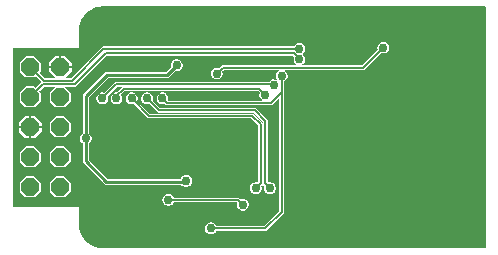
<source format=gbr>
G04 #@! TF.GenerationSoftware,KiCad,Pcbnew,9.0.1*
G04 #@! TF.CreationDate,2025-11-05T13:06:52+03:00*
G04 #@! TF.ProjectId,rpi-cc2652p-uart,7270692d-6363-4323-9635-32702d756172,rev?*
G04 #@! TF.SameCoordinates,Original*
G04 #@! TF.FileFunction,Copper,L2,Bot*
G04 #@! TF.FilePolarity,Positive*
%FSLAX46Y46*%
G04 Gerber Fmt 4.6, Leading zero omitted, Abs format (unit mm)*
G04 Created by KiCad (PCBNEW 9.0.1) date 2025-11-05 13:06:52*
%MOMM*%
%LPD*%
G01*
G04 APERTURE LIST*
G04 Aperture macros list*
%AMOutline5P*
0 Free polygon, 5 corners , with rotation*
0 The origin of the aperture is its center*
0 number of corners: always 5*
0 $1 to $10 corner X, Y*
0 $11 Rotation angle, in degrees counterclockwise*
0 create outline with 5 corners*
4,1,5,$1,$2,$3,$4,$5,$6,$7,$8,$9,$10,$1,$2,$11*%
%AMOutline6P*
0 Free polygon, 6 corners , with rotation*
0 The origin of the aperture is its center*
0 number of corners: always 6*
0 $1 to $12 corner X, Y*
0 $13 Rotation angle, in degrees counterclockwise*
0 create outline with 6 corners*
4,1,6,$1,$2,$3,$4,$5,$6,$7,$8,$9,$10,$11,$12,$1,$2,$13*%
%AMOutline7P*
0 Free polygon, 7 corners , with rotation*
0 The origin of the aperture is its center*
0 number of corners: always 7*
0 $1 to $14 corner X, Y*
0 $15 Rotation angle, in degrees counterclockwise*
0 create outline with 7 corners*
4,1,7,$1,$2,$3,$4,$5,$6,$7,$8,$9,$10,$11,$12,$13,$14,$1,$2,$15*%
%AMOutline8P*
0 Free polygon, 8 corners , with rotation*
0 The origin of the aperture is its center*
0 number of corners: always 8*
0 $1 to $16 corner X, Y*
0 $17 Rotation angle, in degrees counterclockwise*
0 create outline with 8 corners*
4,1,8,$1,$2,$3,$4,$5,$6,$7,$8,$9,$10,$11,$12,$13,$14,$15,$16,$1,$2,$17*%
G04 Aperture macros list end*
G04 #@! TA.AperFunction,ComponentPad*
%ADD10Outline8P,-0.762000X0.315631X-0.315631X0.762000X0.315631X0.762000X0.762000X0.315631X0.762000X-0.315631X0.315631X-0.762000X-0.315631X-0.762000X-0.762000X-0.315631X90.000000*%
G04 #@! TD*
G04 #@! TA.AperFunction,ViaPad*
%ADD11C,0.750000*%
G04 #@! TD*
G04 #@! TA.AperFunction,Conductor*
%ADD12C,0.254000*%
G04 #@! TD*
G04 #@! TA.AperFunction,Conductor*
%ADD13C,0.152400*%
G04 #@! TD*
G04 APERTURE END LIST*
D10*
X126398100Y-110056600D03*
X128938100Y-110056600D03*
X126398100Y-107516600D03*
X128938100Y-107516600D03*
X126398100Y-104976600D03*
X128938100Y-104976600D03*
X126398100Y-102436600D03*
X128938100Y-102436600D03*
X126398100Y-99896600D03*
X128938100Y-99896600D03*
D11*
X138801100Y-99752400D03*
X131101100Y-105953600D03*
X139601100Y-109553600D03*
X160901100Y-103253600D03*
X160901100Y-107253600D03*
X151901100Y-103253600D03*
X144601100Y-100753600D03*
X151901100Y-107253600D03*
X142901100Y-107253600D03*
X149201100Y-99253600D03*
X149201100Y-98353600D03*
X147701100Y-100653600D03*
X141701100Y-113553600D03*
X137601100Y-102553600D03*
X132501100Y-102553600D03*
X147001100Y-101453600D03*
X133701100Y-102553600D03*
X146301100Y-102253600D03*
X135001100Y-102553600D03*
X145501100Y-110153600D03*
X146701100Y-110153600D03*
X136301100Y-102553600D03*
X138101100Y-111153600D03*
X144401100Y-111553600D03*
X142201100Y-100453600D03*
X156301100Y-98253600D03*
D12*
X131101100Y-107853600D02*
X132851100Y-109603600D01*
X139551100Y-109603600D02*
X139601100Y-109553600D01*
X131101100Y-102353600D02*
X132902300Y-100552400D01*
X138001100Y-100552400D02*
X132902300Y-100552400D01*
X131101100Y-102353600D02*
X131101100Y-105953600D01*
X132851100Y-109603600D02*
X139551100Y-109603600D01*
X131101100Y-105953600D02*
X131101100Y-107853600D01*
X138801100Y-99752400D02*
X138001100Y-100552400D01*
D13*
X132801100Y-98753600D02*
X130198700Y-101356000D01*
X127478700Y-101356000D02*
X126398100Y-102436600D01*
X130198700Y-101356000D02*
X127478700Y-101356000D01*
X149201100Y-99253600D02*
X148701100Y-98753600D01*
X148701100Y-98753600D02*
X132801100Y-98753600D01*
X129901100Y-101053600D02*
X127555100Y-101053600D01*
X127555100Y-101053600D02*
X126398100Y-99896600D01*
X132601100Y-98353600D02*
X129901100Y-101053600D01*
X149201100Y-98353600D02*
X132601100Y-98353600D01*
X147701100Y-102053600D02*
X146801100Y-102953600D01*
X147701100Y-112153600D02*
X147701100Y-100653600D01*
X146301100Y-113553600D02*
X147701100Y-112153600D01*
X137601100Y-102553600D02*
X138001100Y-102953600D01*
X146801100Y-102953600D02*
X138001100Y-102953600D01*
X147701100Y-102053600D02*
X147701100Y-100653600D01*
X146301100Y-113553600D02*
X141701100Y-113553600D01*
X147001100Y-101453600D02*
X146901100Y-101353600D01*
X146901100Y-101353600D02*
X133701100Y-101353600D01*
X132501100Y-102553600D02*
X133701100Y-101353600D01*
X133701100Y-102553600D02*
X133701100Y-102353600D01*
X145801100Y-101753600D02*
X146301100Y-102253600D01*
X145801100Y-101753600D02*
X134301100Y-101753600D01*
X134301100Y-101753600D02*
X133701100Y-102353600D01*
X136501100Y-104053600D02*
X145201100Y-104053600D01*
X135001100Y-102553600D02*
X136501100Y-104053600D01*
X145901100Y-104753600D02*
X145201100Y-104053600D01*
X145901100Y-104753600D02*
X145901100Y-109753600D01*
X145901100Y-109753600D02*
X145501100Y-110153600D01*
X137301100Y-103553600D02*
X145401100Y-103553600D01*
X146301100Y-104453600D02*
X146301100Y-109753600D01*
X146301100Y-109753600D02*
X146701100Y-110153600D01*
X146301100Y-104453600D02*
X145401100Y-103553600D01*
X136301100Y-102553600D02*
X137301100Y-103553600D01*
X144001100Y-111153600D02*
X144401100Y-111553600D01*
X138101100Y-111153600D02*
X144001100Y-111153600D01*
X142701100Y-99953600D02*
X142201100Y-100453600D01*
X156301100Y-98253600D02*
X154601100Y-99953600D01*
X154601100Y-99953600D02*
X142701100Y-99953600D01*
G04 #@! TA.AperFunction,Conductor*
G36*
X164966434Y-94789966D02*
G01*
X164977300Y-94816200D01*
X164977300Y-115191000D01*
X164966434Y-115217234D01*
X164940200Y-115228100D01*
X132502321Y-115228100D01*
X132499895Y-115228021D01*
X132485471Y-115227075D01*
X132245798Y-115211366D01*
X132240987Y-115210732D01*
X131992445Y-115161295D01*
X131987763Y-115160040D01*
X131747796Y-115078582D01*
X131743313Y-115076725D01*
X131516034Y-114964644D01*
X131511831Y-114962217D01*
X131301119Y-114821423D01*
X131297269Y-114818469D01*
X131234123Y-114763092D01*
X131106738Y-114651378D01*
X131103321Y-114647961D01*
X130936230Y-114457430D01*
X130933276Y-114453580D01*
X130792482Y-114242868D01*
X130790055Y-114238665D01*
X130682218Y-114019993D01*
X130677973Y-114011385D01*
X130676120Y-114006910D01*
X130594655Y-113766926D01*
X130593407Y-113762265D01*
X130543966Y-113513711D01*
X130543333Y-113508900D01*
X130526679Y-113254805D01*
X130526600Y-113252379D01*
X130526600Y-111743039D01*
X130526600Y-111743038D01*
X130511662Y-111728100D01*
X130511661Y-111728100D01*
X124963700Y-111728100D01*
X124937466Y-111717234D01*
X124926600Y-111691000D01*
X124926600Y-111087708D01*
X137600600Y-111087708D01*
X137600600Y-111219492D01*
X137607780Y-111246288D01*
X137634706Y-111346781D01*
X137634707Y-111346783D01*
X137634708Y-111346786D01*
X137700600Y-111460914D01*
X137793786Y-111554100D01*
X137907914Y-111619992D01*
X138035208Y-111654100D01*
X138035209Y-111654100D01*
X138166991Y-111654100D01*
X138166992Y-111654100D01*
X138294286Y-111619992D01*
X138408414Y-111554100D01*
X138501600Y-111460914D01*
X138551866Y-111373849D01*
X138574394Y-111356564D01*
X138583996Y-111355300D01*
X143887728Y-111355300D01*
X143913962Y-111366166D01*
X143924828Y-111392400D01*
X143923564Y-111402002D01*
X143900600Y-111487708D01*
X143900600Y-111619492D01*
X143909873Y-111654100D01*
X143934706Y-111746781D01*
X143934707Y-111746783D01*
X143934708Y-111746786D01*
X144000600Y-111860914D01*
X144093786Y-111954100D01*
X144207914Y-112019992D01*
X144335208Y-112054100D01*
X144335209Y-112054100D01*
X144466991Y-112054100D01*
X144466992Y-112054100D01*
X144594286Y-112019992D01*
X144708414Y-111954100D01*
X144801600Y-111860914D01*
X144867492Y-111746786D01*
X144901600Y-111619492D01*
X144901600Y-111487708D01*
X144867492Y-111360414D01*
X144801600Y-111246286D01*
X144708414Y-111153100D01*
X144594286Y-111087208D01*
X144594283Y-111087207D01*
X144594281Y-111087206D01*
X144503735Y-111062945D01*
X144466992Y-111053100D01*
X144335208Y-111053100D01*
X144288202Y-111065694D01*
X144238100Y-111079119D01*
X144209948Y-111075412D01*
X144202264Y-111069517D01*
X144185847Y-111053100D01*
X144115354Y-110982607D01*
X144115352Y-110982606D01*
X144115351Y-110982605D01*
X144041222Y-110951900D01*
X144041221Y-110951900D01*
X138583996Y-110951900D01*
X138557762Y-110941034D01*
X138551866Y-110933350D01*
X138501601Y-110846288D01*
X138501600Y-110846286D01*
X138408414Y-110753100D01*
X138294286Y-110687208D01*
X138294283Y-110687207D01*
X138294281Y-110687206D01*
X138203735Y-110662945D01*
X138166992Y-110653100D01*
X138035208Y-110653100D01*
X138006695Y-110660739D01*
X137907918Y-110687206D01*
X137907914Y-110687207D01*
X137907914Y-110687208D01*
X137877336Y-110704862D01*
X137793788Y-110753098D01*
X137700598Y-110846288D01*
X137660302Y-110916084D01*
X137644128Y-110944099D01*
X137634706Y-110960418D01*
X137628761Y-110982607D01*
X137600600Y-111087708D01*
X124926600Y-111087708D01*
X124926600Y-109728600D01*
X125510600Y-109728600D01*
X125510600Y-110384600D01*
X125517880Y-110421197D01*
X125517882Y-110421202D01*
X125538613Y-110452227D01*
X125538616Y-110452231D01*
X126002470Y-110916084D01*
X126033501Y-110936819D01*
X126054692Y-110941034D01*
X126070100Y-110944099D01*
X126070102Y-110944099D01*
X126070106Y-110944100D01*
X126070109Y-110944100D01*
X126726092Y-110944100D01*
X126726095Y-110944100D01*
X126762699Y-110936819D01*
X126793731Y-110916084D01*
X127257584Y-110452230D01*
X127278319Y-110421199D01*
X127285600Y-110384594D01*
X127285600Y-109728605D01*
X127285599Y-109728600D01*
X128050600Y-109728600D01*
X128050600Y-110384600D01*
X128057880Y-110421197D01*
X128057882Y-110421202D01*
X128078613Y-110452227D01*
X128078616Y-110452231D01*
X128542470Y-110916084D01*
X128573501Y-110936819D01*
X128594692Y-110941034D01*
X128610100Y-110944099D01*
X128610102Y-110944099D01*
X128610106Y-110944100D01*
X128610109Y-110944100D01*
X129266092Y-110944100D01*
X129266095Y-110944100D01*
X129302699Y-110936819D01*
X129333731Y-110916084D01*
X129797584Y-110452230D01*
X129818319Y-110421199D01*
X129825600Y-110384594D01*
X129825600Y-109728605D01*
X129818319Y-109692001D01*
X129818318Y-109691999D01*
X129818317Y-109691997D01*
X129797586Y-109660972D01*
X129797584Y-109660969D01*
X129333730Y-109197116D01*
X129302699Y-109176381D01*
X129302695Y-109176380D01*
X129266099Y-109169100D01*
X129266094Y-109169100D01*
X128610105Y-109169100D01*
X128610099Y-109169100D01*
X128573502Y-109176380D01*
X128573497Y-109176382D01*
X128542472Y-109197113D01*
X128078613Y-109660973D01*
X128057883Y-109691997D01*
X128057880Y-109692004D01*
X128050600Y-109728600D01*
X127285599Y-109728600D01*
X127278319Y-109692001D01*
X127278318Y-109691999D01*
X127278317Y-109691997D01*
X127257586Y-109660972D01*
X127257584Y-109660969D01*
X126793730Y-109197116D01*
X126762699Y-109176381D01*
X126762695Y-109176380D01*
X126726099Y-109169100D01*
X126726094Y-109169100D01*
X126070105Y-109169100D01*
X126070099Y-109169100D01*
X126033502Y-109176380D01*
X126033497Y-109176382D01*
X126002472Y-109197113D01*
X125538613Y-109660973D01*
X125517883Y-109691997D01*
X125517880Y-109692004D01*
X125510600Y-109728600D01*
X124926600Y-109728600D01*
X124926600Y-107188600D01*
X125510600Y-107188600D01*
X125510600Y-107844600D01*
X125517880Y-107881197D01*
X125517882Y-107881202D01*
X125538613Y-107912227D01*
X125538616Y-107912231D01*
X126002470Y-108376084D01*
X126033501Y-108396819D01*
X126061140Y-108402316D01*
X126070100Y-108404099D01*
X126070102Y-108404099D01*
X126070106Y-108404100D01*
X126070109Y-108404100D01*
X126726092Y-108404100D01*
X126726095Y-108404100D01*
X126762699Y-108396819D01*
X126793731Y-108376084D01*
X127257584Y-107912230D01*
X127278319Y-107881199D01*
X127285600Y-107844594D01*
X127285600Y-107188605D01*
X127285599Y-107188600D01*
X128050600Y-107188600D01*
X128050600Y-107844600D01*
X128057880Y-107881197D01*
X128057882Y-107881202D01*
X128078613Y-107912227D01*
X128078616Y-107912231D01*
X128542470Y-108376084D01*
X128573501Y-108396819D01*
X128601140Y-108402316D01*
X128610100Y-108404099D01*
X128610102Y-108404099D01*
X128610106Y-108404100D01*
X128610109Y-108404100D01*
X129266092Y-108404100D01*
X129266095Y-108404100D01*
X129302699Y-108396819D01*
X129333731Y-108376084D01*
X129797584Y-107912230D01*
X129818319Y-107881199D01*
X129825600Y-107844594D01*
X129825600Y-107188605D01*
X129818319Y-107152001D01*
X129818318Y-107151999D01*
X129818317Y-107151997D01*
X129797586Y-107120972D01*
X129797584Y-107120969D01*
X129333730Y-106657116D01*
X129302699Y-106636381D01*
X129302695Y-106636380D01*
X129266099Y-106629100D01*
X129266094Y-106629100D01*
X128610105Y-106629100D01*
X128610099Y-106629100D01*
X128573502Y-106636380D01*
X128573497Y-106636382D01*
X128542472Y-106657113D01*
X128078613Y-107120973D01*
X128057883Y-107151997D01*
X128057880Y-107152004D01*
X128050600Y-107188600D01*
X127285599Y-107188600D01*
X127278319Y-107152001D01*
X127278318Y-107151999D01*
X127278317Y-107151997D01*
X127257586Y-107120972D01*
X127257584Y-107120969D01*
X126793730Y-106657116D01*
X126762699Y-106636381D01*
X126762695Y-106636380D01*
X126726099Y-106629100D01*
X126726094Y-106629100D01*
X126070105Y-106629100D01*
X126070099Y-106629100D01*
X126033502Y-106636380D01*
X126033497Y-106636382D01*
X126002472Y-106657113D01*
X125538613Y-107120973D01*
X125517883Y-107151997D01*
X125517880Y-107152004D01*
X125510600Y-107188600D01*
X124926600Y-107188600D01*
X124926600Y-104641030D01*
X125433700Y-104641030D01*
X125433700Y-104875399D01*
X125433701Y-104875400D01*
X125899296Y-104875400D01*
X125890100Y-104909720D01*
X125890100Y-105043480D01*
X125899296Y-105077800D01*
X125433701Y-105077800D01*
X125433700Y-105077801D01*
X125433700Y-105312171D01*
X125445444Y-105371202D01*
X125478886Y-105421252D01*
X125953445Y-105895813D01*
X126003495Y-105929254D01*
X126003498Y-105929256D01*
X126062530Y-105940999D01*
X126062539Y-105941000D01*
X126296899Y-105941000D01*
X126296900Y-105940999D01*
X126296900Y-105475404D01*
X126331220Y-105484600D01*
X126464980Y-105484600D01*
X126499300Y-105475404D01*
X126499300Y-105940999D01*
X126499301Y-105941000D01*
X126733666Y-105941000D01*
X126733671Y-105940999D01*
X126792702Y-105929255D01*
X126842752Y-105895813D01*
X126850857Y-105887708D01*
X130600600Y-105887708D01*
X130600600Y-106019492D01*
X130615879Y-106076517D01*
X130634706Y-106146781D01*
X130634707Y-106146783D01*
X130634708Y-106146786D01*
X130700600Y-106260914D01*
X130793786Y-106354100D01*
X130793788Y-106354101D01*
X130793789Y-106354102D01*
X130830049Y-106375036D01*
X130847336Y-106397563D01*
X130848600Y-106407166D01*
X130848600Y-107903826D01*
X130887039Y-107996627D01*
X130887040Y-107996628D01*
X130887041Y-107996630D01*
X132637041Y-109746630D01*
X132637040Y-109746630D01*
X132688236Y-109797825D01*
X132708070Y-109817659D01*
X132800875Y-109856100D01*
X139180419Y-109856100D01*
X139206651Y-109866965D01*
X139293786Y-109954100D01*
X139407914Y-110019992D01*
X139535208Y-110054100D01*
X139535209Y-110054100D01*
X139666991Y-110054100D01*
X139666992Y-110054100D01*
X139794286Y-110019992D01*
X139908414Y-109954100D01*
X140001600Y-109860914D01*
X140067492Y-109746786D01*
X140101600Y-109619492D01*
X140101600Y-109487708D01*
X140067492Y-109360414D01*
X140001600Y-109246286D01*
X139908414Y-109153100D01*
X139794286Y-109087208D01*
X139794283Y-109087207D01*
X139794281Y-109087206D01*
X139703735Y-109062945D01*
X139666992Y-109053100D01*
X139535208Y-109053100D01*
X139506695Y-109060739D01*
X139407918Y-109087206D01*
X139407914Y-109087207D01*
X139407914Y-109087208D01*
X139377336Y-109104862D01*
X139293788Y-109153098D01*
X139200598Y-109246288D01*
X139178324Y-109284867D01*
X139150794Y-109332551D01*
X139128268Y-109349836D01*
X139118666Y-109351100D01*
X132971057Y-109351100D01*
X132944823Y-109340234D01*
X131364466Y-107759877D01*
X131353600Y-107733643D01*
X131353600Y-106407166D01*
X131364466Y-106380932D01*
X131372151Y-106375036D01*
X131382752Y-106368915D01*
X131408414Y-106354100D01*
X131501600Y-106260914D01*
X131567492Y-106146786D01*
X131601600Y-106019492D01*
X131601600Y-105887708D01*
X131567492Y-105760414D01*
X131501600Y-105646286D01*
X131408414Y-105553100D01*
X131408411Y-105553098D01*
X131408410Y-105553097D01*
X131372149Y-105532161D01*
X131354864Y-105509633D01*
X131353600Y-105500032D01*
X131353600Y-102473557D01*
X131364466Y-102447323D01*
X132996023Y-100815766D01*
X133022257Y-100804900D01*
X138051324Y-100804900D01*
X138051325Y-100804900D01*
X138144130Y-100766459D01*
X138658925Y-100251662D01*
X138685158Y-100240797D01*
X138694752Y-100242059D01*
X138735208Y-100252900D01*
X138735211Y-100252900D01*
X138866991Y-100252900D01*
X138866992Y-100252900D01*
X138994286Y-100218792D01*
X139108414Y-100152900D01*
X139201600Y-100059714D01*
X139267492Y-99945586D01*
X139301600Y-99818292D01*
X139301600Y-99686508D01*
X139267492Y-99559214D01*
X139201600Y-99445086D01*
X139108414Y-99351900D01*
X138994286Y-99286008D01*
X138994283Y-99286007D01*
X138994281Y-99286006D01*
X138903735Y-99261745D01*
X138866992Y-99251900D01*
X138735208Y-99251900D01*
X138706695Y-99259539D01*
X138607918Y-99286006D01*
X138607914Y-99286007D01*
X138607914Y-99286008D01*
X138577336Y-99303662D01*
X138493788Y-99351898D01*
X138400598Y-99445088D01*
X138352362Y-99528636D01*
X138350420Y-99532001D01*
X138334706Y-99559218D01*
X138327884Y-99584680D01*
X138301629Y-99682670D01*
X138300600Y-99686509D01*
X138300600Y-99818291D01*
X138311437Y-99858739D01*
X138307730Y-99886891D01*
X138301835Y-99894574D01*
X137907377Y-100289034D01*
X137881143Y-100299900D01*
X132852073Y-100299900D01*
X132759272Y-100338339D01*
X130958070Y-102139541D01*
X130958069Y-102139540D01*
X130887040Y-102210570D01*
X130848600Y-102303373D01*
X130848600Y-105500032D01*
X130837734Y-105526266D01*
X130830051Y-105532161D01*
X130793789Y-105553097D01*
X130700598Y-105646288D01*
X130634706Y-105760418D01*
X130614433Y-105836083D01*
X130600600Y-105887708D01*
X126850857Y-105887708D01*
X127317313Y-105421254D01*
X127350754Y-105371204D01*
X127350756Y-105371201D01*
X127362499Y-105312169D01*
X127362500Y-105312161D01*
X127362500Y-105077801D01*
X127362499Y-105077800D01*
X126896904Y-105077800D01*
X126906100Y-105043480D01*
X126906100Y-104909720D01*
X126896904Y-104875400D01*
X127362499Y-104875400D01*
X127362500Y-104875399D01*
X127362500Y-104648600D01*
X128050600Y-104648600D01*
X128050600Y-105304600D01*
X128057880Y-105341197D01*
X128057882Y-105341202D01*
X128078613Y-105372227D01*
X128078616Y-105372231D01*
X128542470Y-105836084D01*
X128573501Y-105856819D01*
X128601140Y-105862316D01*
X128610100Y-105864099D01*
X128610102Y-105864099D01*
X128610106Y-105864100D01*
X128610109Y-105864100D01*
X129266092Y-105864100D01*
X129266095Y-105864100D01*
X129302699Y-105856819D01*
X129333731Y-105836084D01*
X129797584Y-105372230D01*
X129818319Y-105341199D01*
X129825600Y-105304594D01*
X129825600Y-104648605D01*
X129818319Y-104612001D01*
X129818318Y-104611999D01*
X129818317Y-104611997D01*
X129797586Y-104580972D01*
X129797584Y-104580969D01*
X129333730Y-104117116D01*
X129302699Y-104096381D01*
X129302695Y-104096380D01*
X129266099Y-104089100D01*
X129266094Y-104089100D01*
X128610105Y-104089100D01*
X128610099Y-104089100D01*
X128573502Y-104096380D01*
X128573497Y-104096382D01*
X128542472Y-104117113D01*
X128078613Y-104580973D01*
X128057883Y-104611997D01*
X128057880Y-104612004D01*
X128050600Y-104648600D01*
X127362500Y-104648600D01*
X127362500Y-104641034D01*
X127362499Y-104641028D01*
X127350755Y-104581997D01*
X127317313Y-104531947D01*
X126842754Y-104057386D01*
X126792704Y-104023945D01*
X126792701Y-104023943D01*
X126733669Y-104012200D01*
X126499301Y-104012200D01*
X126499300Y-104012201D01*
X126499300Y-104477795D01*
X126464980Y-104468600D01*
X126331220Y-104468600D01*
X126296900Y-104477795D01*
X126296900Y-104012201D01*
X126296899Y-104012200D01*
X126062528Y-104012200D01*
X126003497Y-104023944D01*
X125953447Y-104057386D01*
X125478886Y-104531945D01*
X125445445Y-104581995D01*
X125445443Y-104581998D01*
X125433700Y-104641030D01*
X124926600Y-104641030D01*
X124926600Y-99568600D01*
X125510600Y-99568600D01*
X125510600Y-100224600D01*
X125517880Y-100261197D01*
X125517882Y-100261202D01*
X125538613Y-100292227D01*
X125538616Y-100292231D01*
X126002470Y-100756084D01*
X126033501Y-100776819D01*
X126061140Y-100782316D01*
X126070100Y-100784099D01*
X126070102Y-100784099D01*
X126070106Y-100784100D01*
X126070109Y-100784100D01*
X126726092Y-100784100D01*
X126726095Y-100784100D01*
X126762699Y-100776819D01*
X126793731Y-100756084D01*
X126856800Y-100693012D01*
X126883031Y-100682147D01*
X126909265Y-100693013D01*
X126909266Y-100693013D01*
X127356619Y-101140366D01*
X127367485Y-101166600D01*
X127356619Y-101192834D01*
X126909266Y-101640185D01*
X126883032Y-101651051D01*
X126856799Y-101640185D01*
X126793730Y-101577116D01*
X126780934Y-101568566D01*
X126762702Y-101556383D01*
X126762701Y-101556382D01*
X126762699Y-101556381D01*
X126762695Y-101556380D01*
X126726099Y-101549100D01*
X126726094Y-101549100D01*
X126070105Y-101549100D01*
X126070099Y-101549100D01*
X126033502Y-101556380D01*
X126033497Y-101556382D01*
X126002472Y-101577113D01*
X125538613Y-102040973D01*
X125517883Y-102071997D01*
X125517880Y-102072004D01*
X125510600Y-102108600D01*
X125510600Y-102764600D01*
X125517880Y-102801197D01*
X125517882Y-102801202D01*
X125538613Y-102832227D01*
X125538616Y-102832231D01*
X126002470Y-103296084D01*
X126033501Y-103316819D01*
X126061140Y-103322316D01*
X126070100Y-103324099D01*
X126070102Y-103324099D01*
X126070106Y-103324100D01*
X126070109Y-103324100D01*
X126726092Y-103324100D01*
X126726095Y-103324100D01*
X126762699Y-103316819D01*
X126793731Y-103296084D01*
X127257584Y-102832230D01*
X127278319Y-102801199D01*
X127285600Y-102764594D01*
X127285600Y-102108605D01*
X127278319Y-102072001D01*
X127278318Y-102071999D01*
X127278317Y-102071997D01*
X127257586Y-102040972D01*
X127257584Y-102040969D01*
X127194513Y-101977899D01*
X127183648Y-101951666D01*
X127194514Y-101925432D01*
X127366847Y-101753100D01*
X127551381Y-101568566D01*
X127577615Y-101557700D01*
X128472318Y-101557700D01*
X128498552Y-101568566D01*
X128509418Y-101594800D01*
X128498552Y-101621032D01*
X128298029Y-101821557D01*
X128078613Y-102040973D01*
X128057883Y-102071997D01*
X128057880Y-102072004D01*
X128050600Y-102108600D01*
X128050600Y-102764600D01*
X128057880Y-102801197D01*
X128057882Y-102801202D01*
X128078613Y-102832227D01*
X128078616Y-102832231D01*
X128542470Y-103296084D01*
X128573501Y-103316819D01*
X128601140Y-103322316D01*
X128610100Y-103324099D01*
X128610102Y-103324099D01*
X128610106Y-103324100D01*
X128610109Y-103324100D01*
X129266092Y-103324100D01*
X129266095Y-103324100D01*
X129302699Y-103316819D01*
X129333731Y-103296084D01*
X129797584Y-102832230D01*
X129818319Y-102801199D01*
X129825600Y-102764594D01*
X129825600Y-102108605D01*
X129818319Y-102072001D01*
X129818318Y-102071999D01*
X129818317Y-102071997D01*
X129797586Y-102040972D01*
X129797584Y-102040969D01*
X129377646Y-101621032D01*
X129366781Y-101594800D01*
X129377647Y-101568566D01*
X129403881Y-101557700D01*
X130238820Y-101557700D01*
X130238821Y-101557700D01*
X130312954Y-101526993D01*
X132873781Y-98966166D01*
X132900015Y-98955300D01*
X148602185Y-98955300D01*
X148628419Y-98966166D01*
X148717017Y-99054764D01*
X148727883Y-99080998D01*
X148726619Y-99090600D01*
X148700600Y-99187708D01*
X148700600Y-99319492D01*
X148709283Y-99351898D01*
X148734706Y-99446781D01*
X148734707Y-99446783D01*
X148734708Y-99446786D01*
X148765993Y-99500973D01*
X148799618Y-99559214D01*
X148800600Y-99560914D01*
X148893786Y-99654100D01*
X148893788Y-99654101D01*
X148943271Y-99682670D01*
X148960557Y-99705198D01*
X148956851Y-99733350D01*
X148934323Y-99750636D01*
X148924721Y-99751900D01*
X142660977Y-99751900D01*
X142586846Y-99782606D01*
X142530106Y-99839345D01*
X142530107Y-99839346D01*
X142530106Y-99839347D01*
X142399935Y-99969517D01*
X142373701Y-99980383D01*
X142364099Y-99979119D01*
X142358097Y-99977511D01*
X142266992Y-99953100D01*
X142135208Y-99953100D01*
X142106695Y-99960739D01*
X142007918Y-99987206D01*
X142007914Y-99987207D01*
X142007914Y-99987208D01*
X141977336Y-100004862D01*
X141893788Y-100053098D01*
X141800598Y-100146288D01*
X141758738Y-100218793D01*
X141739761Y-100251663D01*
X141734706Y-100260418D01*
X141713828Y-100338339D01*
X141700600Y-100387708D01*
X141700600Y-100519492D01*
X141715879Y-100576517D01*
X141734706Y-100646781D01*
X141734707Y-100646783D01*
X141734708Y-100646786D01*
X141761398Y-100693014D01*
X141797812Y-100756086D01*
X141800600Y-100760914D01*
X141893786Y-100854100D01*
X142007914Y-100919992D01*
X142135208Y-100954100D01*
X142135209Y-100954100D01*
X142266991Y-100954100D01*
X142266992Y-100954100D01*
X142394286Y-100919992D01*
X142508414Y-100854100D01*
X142601600Y-100760914D01*
X142667492Y-100646786D01*
X142701600Y-100519492D01*
X142701600Y-100387708D01*
X142675579Y-100290596D01*
X142679285Y-100262447D01*
X142685182Y-100254763D01*
X142773781Y-100166166D01*
X142800014Y-100155300D01*
X147424721Y-100155300D01*
X147450955Y-100166166D01*
X147461821Y-100192400D01*
X147450955Y-100218634D01*
X147443272Y-100224528D01*
X147431937Y-100231073D01*
X147393788Y-100253098D01*
X147300598Y-100346288D01*
X147234706Y-100460418D01*
X147218878Y-100519492D01*
X147200600Y-100587708D01*
X147200600Y-100719492D01*
X147210405Y-100756084D01*
X147234706Y-100846781D01*
X147234707Y-100846783D01*
X147234708Y-100846786D01*
X147276974Y-100919992D01*
X147296088Y-100953100D01*
X147300600Y-100960914D01*
X147308776Y-100969090D01*
X147319642Y-100995323D01*
X147308776Y-101021557D01*
X147282542Y-101032423D01*
X147263992Y-101027453D01*
X147253780Y-101021557D01*
X147194286Y-100987208D01*
X147194283Y-100987207D01*
X147194281Y-100987206D01*
X147103735Y-100962945D01*
X147066992Y-100953100D01*
X146935208Y-100953100D01*
X146906695Y-100960739D01*
X146807918Y-100987206D01*
X146807914Y-100987207D01*
X146807914Y-100987208D01*
X146777336Y-101004862D01*
X146693788Y-101053098D01*
X146693786Y-101053099D01*
X146693786Y-101053100D01*
X146605851Y-101141034D01*
X146579619Y-101151900D01*
X133660977Y-101151900D01*
X133586848Y-101182605D01*
X132699934Y-102069517D01*
X132673700Y-102080383D01*
X132664098Y-102079119D01*
X132637544Y-102072004D01*
X132566992Y-102053100D01*
X132435208Y-102053100D01*
X132407912Y-102060414D01*
X132307918Y-102087206D01*
X132307914Y-102087207D01*
X132307914Y-102087208D01*
X132302039Y-102090600D01*
X132193788Y-102153098D01*
X132100598Y-102246288D01*
X132034706Y-102360418D01*
X132011566Y-102446781D01*
X132000600Y-102487708D01*
X132000600Y-102619492D01*
X132015879Y-102676517D01*
X132034706Y-102746781D01*
X132034707Y-102746783D01*
X132034708Y-102746786D01*
X132100600Y-102860914D01*
X132193786Y-102954100D01*
X132307914Y-103019992D01*
X132435208Y-103054100D01*
X132435209Y-103054100D01*
X132566991Y-103054100D01*
X132566992Y-103054100D01*
X132694286Y-103019992D01*
X132808414Y-102954100D01*
X132901600Y-102860914D01*
X132967492Y-102746786D01*
X133001600Y-102619492D01*
X133001600Y-102487708D01*
X132975579Y-102390597D01*
X132979285Y-102362448D01*
X132985177Y-102354768D01*
X133773781Y-101566166D01*
X133800015Y-101555300D01*
X134124586Y-101555300D01*
X134150820Y-101566166D01*
X134161686Y-101592400D01*
X134150820Y-101618632D01*
X133937030Y-101832423D01*
X133727219Y-102042234D01*
X133700985Y-102053100D01*
X133635208Y-102053100D01*
X133607912Y-102060414D01*
X133507918Y-102087206D01*
X133507914Y-102087207D01*
X133507914Y-102087208D01*
X133502039Y-102090600D01*
X133393788Y-102153098D01*
X133300598Y-102246288D01*
X133234706Y-102360418D01*
X133211566Y-102446781D01*
X133200600Y-102487708D01*
X133200600Y-102619492D01*
X133215879Y-102676517D01*
X133234706Y-102746781D01*
X133234707Y-102746783D01*
X133234708Y-102746786D01*
X133300600Y-102860914D01*
X133393786Y-102954100D01*
X133507914Y-103019992D01*
X133635208Y-103054100D01*
X133635209Y-103054100D01*
X133766991Y-103054100D01*
X133766992Y-103054100D01*
X133894286Y-103019992D01*
X134008414Y-102954100D01*
X134101600Y-102860914D01*
X134167492Y-102746786D01*
X134201600Y-102619492D01*
X134201600Y-102487708D01*
X134500600Y-102487708D01*
X134500600Y-102619492D01*
X134515879Y-102676517D01*
X134534706Y-102746781D01*
X134534707Y-102746783D01*
X134534708Y-102746786D01*
X134600600Y-102860914D01*
X134693786Y-102954100D01*
X134807914Y-103019992D01*
X134935208Y-103054100D01*
X134935209Y-103054100D01*
X135066989Y-103054100D01*
X135066992Y-103054100D01*
X135164100Y-103028079D01*
X135192250Y-103031785D01*
X135199934Y-103037681D01*
X136386846Y-104224593D01*
X136460979Y-104255300D01*
X136541220Y-104255300D01*
X145102185Y-104255300D01*
X145128419Y-104266166D01*
X145688534Y-104826281D01*
X145699400Y-104852515D01*
X145699400Y-109640228D01*
X145688534Y-109666462D01*
X145662300Y-109677328D01*
X145652698Y-109676064D01*
X145596360Y-109660969D01*
X145566992Y-109653100D01*
X145435208Y-109653100D01*
X145406695Y-109660739D01*
X145307918Y-109687206D01*
X145307914Y-109687207D01*
X145307914Y-109687208D01*
X145299611Y-109692002D01*
X145193788Y-109753098D01*
X145100598Y-109846288D01*
X145052362Y-109929836D01*
X145038354Y-109954100D01*
X145034706Y-109960418D01*
X145018744Y-110019992D01*
X145000600Y-110087708D01*
X145000600Y-110219492D01*
X145015879Y-110276517D01*
X145034706Y-110346781D01*
X145034707Y-110346783D01*
X145034708Y-110346786D01*
X145077672Y-110421202D01*
X145095584Y-110452227D01*
X145100600Y-110460914D01*
X145193786Y-110554100D01*
X145307914Y-110619992D01*
X145435208Y-110654100D01*
X145435209Y-110654100D01*
X145566991Y-110654100D01*
X145566992Y-110654100D01*
X145694286Y-110619992D01*
X145808414Y-110554100D01*
X145901600Y-110460914D01*
X145967492Y-110346786D01*
X146001600Y-110219492D01*
X146001600Y-110087708D01*
X145975579Y-109990597D01*
X145979285Y-109962448D01*
X145985177Y-109954768D01*
X146072093Y-109867854D01*
X146072093Y-109867852D01*
X146074676Y-109865270D01*
X146076109Y-109866703D01*
X146093824Y-109854839D01*
X146121679Y-109860350D01*
X146127061Y-109865732D01*
X146127524Y-109865270D01*
X146130106Y-109867852D01*
X146130107Y-109867854D01*
X146216353Y-109954100D01*
X146217017Y-109954764D01*
X146227883Y-109980998D01*
X146226619Y-109990600D01*
X146200600Y-110087708D01*
X146200600Y-110219492D01*
X146215879Y-110276517D01*
X146234706Y-110346781D01*
X146234707Y-110346783D01*
X146234708Y-110346786D01*
X146277672Y-110421202D01*
X146295584Y-110452227D01*
X146300600Y-110460914D01*
X146393786Y-110554100D01*
X146507914Y-110619992D01*
X146635208Y-110654100D01*
X146635209Y-110654100D01*
X146766991Y-110654100D01*
X146766992Y-110654100D01*
X146894286Y-110619992D01*
X147008414Y-110554100D01*
X147101600Y-110460914D01*
X147167492Y-110346786D01*
X147201600Y-110219492D01*
X147201600Y-110087708D01*
X147167492Y-109960414D01*
X147101600Y-109846286D01*
X147008414Y-109753100D01*
X146894286Y-109687208D01*
X146894283Y-109687207D01*
X146894281Y-109687206D01*
X146796371Y-109660972D01*
X146766992Y-109653100D01*
X146635208Y-109653100D01*
X146605825Y-109660973D01*
X146549502Y-109676064D01*
X146521350Y-109672357D01*
X146504064Y-109649830D01*
X146502800Y-109640228D01*
X146502800Y-104413480D01*
X146502799Y-104413477D01*
X146472093Y-104339346D01*
X146415354Y-104282606D01*
X146415354Y-104282607D01*
X145515354Y-103382607D01*
X145515352Y-103382606D01*
X145515351Y-103382605D01*
X145441222Y-103351900D01*
X145441221Y-103351900D01*
X137400015Y-103351900D01*
X137373781Y-103341034D01*
X136785181Y-102752434D01*
X136774315Y-102726200D01*
X136775577Y-102716607D01*
X136801600Y-102619492D01*
X136801600Y-102487708D01*
X136767492Y-102360414D01*
X136701600Y-102246286D01*
X136608414Y-102153100D01*
X136584927Y-102139540D01*
X136581927Y-102137808D01*
X136494286Y-102087208D01*
X136494283Y-102087207D01*
X136494281Y-102087206D01*
X136394288Y-102060414D01*
X136366992Y-102053100D01*
X136235208Y-102053100D01*
X136207912Y-102060414D01*
X136107918Y-102087206D01*
X136107914Y-102087207D01*
X136107914Y-102087208D01*
X136102039Y-102090600D01*
X135993788Y-102153098D01*
X135900598Y-102246288D01*
X135834706Y-102360418D01*
X135811566Y-102446781D01*
X135800600Y-102487708D01*
X135800600Y-102619492D01*
X135815879Y-102676517D01*
X135834706Y-102746781D01*
X135834707Y-102746783D01*
X135834708Y-102746786D01*
X135900600Y-102860914D01*
X135993786Y-102954100D01*
X136107914Y-103019992D01*
X136235208Y-103054100D01*
X136235209Y-103054100D01*
X136366989Y-103054100D01*
X136366992Y-103054100D01*
X136464100Y-103028079D01*
X136492250Y-103031785D01*
X136499934Y-103037681D01*
X137186847Y-103724594D01*
X137230273Y-103742581D01*
X137260979Y-103755300D01*
X137260980Y-103755300D01*
X137341221Y-103755300D01*
X145302185Y-103755300D01*
X145328419Y-103766166D01*
X146088534Y-104526281D01*
X146099400Y-104552515D01*
X146099400Y-104577085D01*
X146088534Y-104603319D01*
X146062300Y-104614185D01*
X146036066Y-104603319D01*
X146015354Y-104582607D01*
X145688046Y-104255299D01*
X145315354Y-103882607D01*
X145315352Y-103882606D01*
X145315351Y-103882605D01*
X145241222Y-103851900D01*
X145241221Y-103851900D01*
X136600015Y-103851900D01*
X136573781Y-103841034D01*
X135485181Y-102752434D01*
X135474315Y-102726200D01*
X135475577Y-102716607D01*
X135501600Y-102619492D01*
X135501600Y-102487708D01*
X135467492Y-102360414D01*
X135401600Y-102246286D01*
X135308414Y-102153100D01*
X135284927Y-102139540D01*
X135281927Y-102137808D01*
X135194286Y-102087208D01*
X135194283Y-102087207D01*
X135194281Y-102087206D01*
X135094288Y-102060414D01*
X135066992Y-102053100D01*
X134935208Y-102053100D01*
X134907912Y-102060414D01*
X134807918Y-102087206D01*
X134807914Y-102087207D01*
X134807914Y-102087208D01*
X134802039Y-102090600D01*
X134693788Y-102153098D01*
X134600598Y-102246288D01*
X134534706Y-102360418D01*
X134511566Y-102446781D01*
X134500600Y-102487708D01*
X134201600Y-102487708D01*
X134167492Y-102360414D01*
X134112926Y-102265904D01*
X134109221Y-102237754D01*
X134118821Y-102221124D01*
X134373781Y-101966166D01*
X134400015Y-101955300D01*
X145702185Y-101955300D01*
X145728419Y-101966166D01*
X145817017Y-102054764D01*
X145827883Y-102080998D01*
X145826619Y-102090600D01*
X145821796Y-102108600D01*
X145800600Y-102187708D01*
X145800600Y-102319492D01*
X145810051Y-102354764D01*
X145834706Y-102446781D01*
X145834707Y-102446783D01*
X145834708Y-102446786D01*
X145900600Y-102560914D01*
X145993786Y-102654100D01*
X145993788Y-102654101D01*
X146043271Y-102682670D01*
X146060557Y-102705198D01*
X146056851Y-102733350D01*
X146034323Y-102750636D01*
X146024721Y-102751900D01*
X138114471Y-102751900D01*
X138088237Y-102741034D01*
X138077371Y-102714800D01*
X138078635Y-102705198D01*
X138092326Y-102654101D01*
X138101600Y-102619492D01*
X138101600Y-102487708D01*
X138067492Y-102360414D01*
X138001600Y-102246286D01*
X137908414Y-102153100D01*
X137884927Y-102139540D01*
X137881927Y-102137808D01*
X137794286Y-102087208D01*
X137794283Y-102087207D01*
X137794281Y-102087206D01*
X137694288Y-102060414D01*
X137666992Y-102053100D01*
X137535208Y-102053100D01*
X137507912Y-102060414D01*
X137407918Y-102087206D01*
X137407914Y-102087207D01*
X137407914Y-102087208D01*
X137402039Y-102090600D01*
X137293788Y-102153098D01*
X137200598Y-102246288D01*
X137134706Y-102360418D01*
X137111566Y-102446781D01*
X137100600Y-102487708D01*
X137100600Y-102619492D01*
X137115879Y-102676517D01*
X137134706Y-102746781D01*
X137134707Y-102746783D01*
X137134708Y-102746786D01*
X137200600Y-102860914D01*
X137293786Y-102954100D01*
X137407914Y-103019992D01*
X137535208Y-103054100D01*
X137535209Y-103054100D01*
X137666989Y-103054100D01*
X137666992Y-103054100D01*
X137764100Y-103028079D01*
X137792250Y-103031785D01*
X137799934Y-103037681D01*
X137830107Y-103067854D01*
X137830106Y-103067854D01*
X137886846Y-103124593D01*
X137960979Y-103155300D01*
X137960980Y-103155300D01*
X146841220Y-103155300D01*
X146841221Y-103155300D01*
X146915354Y-103124593D01*
X147436067Y-102603879D01*
X147462300Y-102593014D01*
X147488534Y-102603880D01*
X147499400Y-102630114D01*
X147499400Y-112054685D01*
X147488534Y-112080919D01*
X146228419Y-113341034D01*
X146202185Y-113351900D01*
X142183996Y-113351900D01*
X142157762Y-113341034D01*
X142151866Y-113333350D01*
X142101601Y-113246288D01*
X142101600Y-113246286D01*
X142008414Y-113153100D01*
X141894286Y-113087208D01*
X141894283Y-113087207D01*
X141894281Y-113087206D01*
X141803735Y-113062945D01*
X141766992Y-113053100D01*
X141635208Y-113053100D01*
X141606695Y-113060739D01*
X141507918Y-113087206D01*
X141507914Y-113087207D01*
X141507914Y-113087208D01*
X141477336Y-113104862D01*
X141393788Y-113153098D01*
X141300598Y-113246288D01*
X141234706Y-113360418D01*
X141227756Y-113386358D01*
X141200600Y-113487708D01*
X141200600Y-113619492D01*
X141208668Y-113649603D01*
X141234706Y-113746781D01*
X141234707Y-113746783D01*
X141234708Y-113746786D01*
X141300600Y-113860914D01*
X141393786Y-113954100D01*
X141507914Y-114019992D01*
X141635208Y-114054100D01*
X141635209Y-114054100D01*
X141766991Y-114054100D01*
X141766992Y-114054100D01*
X141894286Y-114019992D01*
X142008414Y-113954100D01*
X142101600Y-113860914D01*
X142151866Y-113773849D01*
X142174394Y-113756564D01*
X142183996Y-113755300D01*
X146341220Y-113755300D01*
X146341221Y-113755300D01*
X146415354Y-113724593D01*
X147872093Y-112267854D01*
X147902800Y-112193721D01*
X147902800Y-112113479D01*
X147902800Y-101136496D01*
X147913666Y-101110262D01*
X147921350Y-101104366D01*
X148008414Y-101054100D01*
X148101600Y-100960914D01*
X148167492Y-100846786D01*
X148201600Y-100719492D01*
X148201600Y-100587708D01*
X148167492Y-100460414D01*
X148101600Y-100346286D01*
X148008414Y-100253100D01*
X147958928Y-100224529D01*
X147941643Y-100202002D01*
X147945349Y-100173850D01*
X147967877Y-100156564D01*
X147977479Y-100155300D01*
X154641220Y-100155300D01*
X154641221Y-100155300D01*
X154715354Y-100124593D01*
X156102265Y-98737680D01*
X156128498Y-98726815D01*
X156138093Y-98728078D01*
X156235208Y-98754100D01*
X156235210Y-98754100D01*
X156366991Y-98754100D01*
X156366992Y-98754100D01*
X156494286Y-98719992D01*
X156608414Y-98654100D01*
X156701600Y-98560914D01*
X156767492Y-98446786D01*
X156801600Y-98319492D01*
X156801600Y-98187708D01*
X156767492Y-98060414D01*
X156701600Y-97946286D01*
X156608414Y-97853100D01*
X156494286Y-97787208D01*
X156494283Y-97787207D01*
X156494281Y-97787206D01*
X156403735Y-97762945D01*
X156366992Y-97753100D01*
X156235208Y-97753100D01*
X156206695Y-97760739D01*
X156107918Y-97787206D01*
X156107914Y-97787207D01*
X156107914Y-97787208D01*
X156077336Y-97804862D01*
X155993788Y-97853098D01*
X155900598Y-97946288D01*
X155834706Y-98060418D01*
X155815165Y-98133350D01*
X155800600Y-98187708D01*
X155800600Y-98319492D01*
X155826619Y-98416598D01*
X155822912Y-98444750D01*
X155817017Y-98452434D01*
X154528419Y-99741034D01*
X154502185Y-99751900D01*
X149477479Y-99751900D01*
X149451245Y-99741034D01*
X149440379Y-99714800D01*
X149451245Y-99688566D01*
X149458929Y-99682670D01*
X149508414Y-99654100D01*
X149601600Y-99560914D01*
X149667492Y-99446786D01*
X149701600Y-99319492D01*
X149701600Y-99187708D01*
X149667492Y-99060414D01*
X149601600Y-98946286D01*
X149508414Y-98853100D01*
X149478326Y-98835728D01*
X149461041Y-98813203D01*
X149464747Y-98785050D01*
X149478325Y-98771471D01*
X149508414Y-98754100D01*
X149601600Y-98660914D01*
X149667492Y-98546786D01*
X149701600Y-98419492D01*
X149701600Y-98287708D01*
X149667492Y-98160414D01*
X149601600Y-98046286D01*
X149508414Y-97953100D01*
X149496615Y-97946288D01*
X149481927Y-97937808D01*
X149394286Y-97887208D01*
X149394283Y-97887207D01*
X149394281Y-97887206D01*
X149303735Y-97862945D01*
X149266992Y-97853100D01*
X149135208Y-97853100D01*
X149106695Y-97860739D01*
X149007918Y-97887206D01*
X149007914Y-97887207D01*
X149007914Y-97887208D01*
X148977336Y-97904862D01*
X148893788Y-97953098D01*
X148800598Y-98046288D01*
X148750334Y-98133350D01*
X148727806Y-98150636D01*
X148718204Y-98151900D01*
X132560977Y-98151900D01*
X132530273Y-98164617D01*
X132530273Y-98164618D01*
X132486847Y-98182606D01*
X129828419Y-100841034D01*
X129802185Y-100851900D01*
X129436234Y-100851900D01*
X129410000Y-100841034D01*
X129399134Y-100814800D01*
X129410000Y-100788566D01*
X129857313Y-100341254D01*
X129890754Y-100291204D01*
X129890756Y-100291201D01*
X129902499Y-100232169D01*
X129902500Y-100232161D01*
X129902500Y-99997801D01*
X129902499Y-99997800D01*
X129436904Y-99997800D01*
X129446100Y-99963480D01*
X129446100Y-99829720D01*
X129436904Y-99795400D01*
X129902499Y-99795400D01*
X129902500Y-99795399D01*
X129902500Y-99561034D01*
X129902499Y-99561028D01*
X129890755Y-99501997D01*
X129857313Y-99451947D01*
X129382754Y-98977386D01*
X129332704Y-98943945D01*
X129332701Y-98943943D01*
X129273669Y-98932200D01*
X129039301Y-98932200D01*
X129039300Y-98932201D01*
X129039300Y-99397795D01*
X129004980Y-99388600D01*
X128871220Y-99388600D01*
X128836900Y-99397795D01*
X128836900Y-98932201D01*
X128836899Y-98932200D01*
X128602528Y-98932200D01*
X128543497Y-98943944D01*
X128493447Y-98977386D01*
X128018886Y-99451945D01*
X127985445Y-99501995D01*
X127985443Y-99501998D01*
X127973700Y-99561030D01*
X127973700Y-99795399D01*
X127973701Y-99795400D01*
X128439296Y-99795400D01*
X128430100Y-99829720D01*
X128430100Y-99963480D01*
X128439296Y-99997800D01*
X127973701Y-99997800D01*
X127973700Y-99997801D01*
X127973700Y-100232171D01*
X127985444Y-100291202D01*
X128018886Y-100341252D01*
X128466198Y-100788566D01*
X128477064Y-100814800D01*
X128466198Y-100841034D01*
X128439964Y-100851900D01*
X127654015Y-100851900D01*
X127627781Y-100841034D01*
X127194514Y-100407767D01*
X127183648Y-100381533D01*
X127194514Y-100355299D01*
X127211474Y-100338339D01*
X127257584Y-100292230D01*
X127278319Y-100261199D01*
X127285600Y-100224594D01*
X127285600Y-99568605D01*
X127285494Y-99568076D01*
X127285172Y-99566450D01*
X127279911Y-99540009D01*
X127278319Y-99532001D01*
X127278318Y-99531999D01*
X127278317Y-99531997D01*
X127257586Y-99500972D01*
X127257584Y-99500969D01*
X126793730Y-99037116D01*
X126762699Y-99016381D01*
X126762695Y-99016380D01*
X126726099Y-99009100D01*
X126726094Y-99009100D01*
X126070105Y-99009100D01*
X126070099Y-99009100D01*
X126033502Y-99016380D01*
X126033497Y-99016382D01*
X126002472Y-99037113D01*
X125538613Y-99500973D01*
X125517883Y-99531997D01*
X125517880Y-99532004D01*
X125510600Y-99568600D01*
X124926600Y-99568600D01*
X124926600Y-98316200D01*
X124937466Y-98289966D01*
X124963700Y-98279100D01*
X130511661Y-98279100D01*
X130511662Y-98279100D01*
X130526600Y-98264162D01*
X130526600Y-96754820D01*
X130526679Y-96752394D01*
X130543333Y-96498299D01*
X130543967Y-96493487D01*
X130570997Y-96357597D01*
X130593407Y-96244930D01*
X130594654Y-96240277D01*
X130676121Y-96000284D01*
X130677971Y-95995820D01*
X130790061Y-95768522D01*
X130792482Y-95764331D01*
X130933276Y-95553619D01*
X130936225Y-95549774D01*
X131103328Y-95359230D01*
X131106730Y-95355828D01*
X131297274Y-95188725D01*
X131301119Y-95185776D01*
X131511831Y-95044982D01*
X131516022Y-95042561D01*
X131743320Y-94930471D01*
X131747784Y-94928621D01*
X131987777Y-94847154D01*
X131992430Y-94845907D01*
X132240989Y-94796466D01*
X132245796Y-94795833D01*
X132499895Y-94779179D01*
X132502321Y-94779100D01*
X164940200Y-94779100D01*
X164966434Y-94789966D01*
G37*
G04 #@! TD.AperFunction*
M02*

</source>
